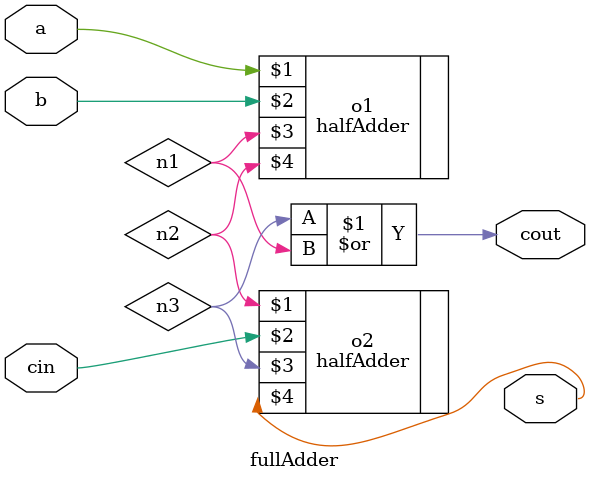
<source format=sv>
`timescale 1ns / 1ps


module fullAdder(input logic a,b,cin, output logic s, cout

    );
    logic n1,n2,n3;
    halfAdder o1 (a,b,n1,n2);
    halfAdder o2 (n2,cin,n3,s);
    or o3 (cout,n3,n1);
    
endmodule

</source>
